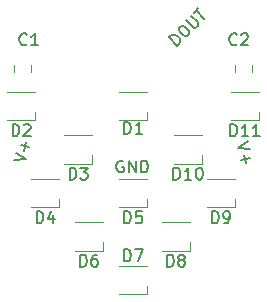
<source format=gbr>
G04 #@! TF.GenerationSoftware,KiCad,Pcbnew,(5.99.0-10027-g0561ce903e)*
G04 #@! TF.CreationDate,2021-08-15T01:29:50-07:00*
G04 #@! TF.ProjectId,scale_cca,7363616c-655f-4636-9361-2e6b69636164,v1r0*
G04 #@! TF.SameCoordinates,Original*
G04 #@! TF.FileFunction,Legend,Top*
G04 #@! TF.FilePolarity,Positive*
%FSLAX46Y46*%
G04 Gerber Fmt 4.6, Leading zero omitted, Abs format (unit mm)*
G04 Created by KiCad (PCBNEW (5.99.0-10027-g0561ce903e)) date 2021-08-15 01:29:50*
%MOMM*%
%LPD*%
G01*
G04 APERTURE LIST*
%ADD10C,0.150000*%
%ADD11C,0.120000*%
G04 APERTURE END LIST*
D10*
X32027904Y-56781380D02*
X32027904Y-55781380D01*
X32266000Y-55781380D01*
X32408857Y-55829000D01*
X32504095Y-55924238D01*
X32551714Y-56019476D01*
X32599333Y-56209952D01*
X32599333Y-56352809D01*
X32551714Y-56543285D01*
X32504095Y-56638523D01*
X32408857Y-56733761D01*
X32266000Y-56781380D01*
X32027904Y-56781380D01*
X33456476Y-55781380D02*
X33266000Y-55781380D01*
X33170761Y-55829000D01*
X33123142Y-55876619D01*
X33027904Y-56019476D01*
X32980285Y-56209952D01*
X32980285Y-56590904D01*
X33027904Y-56686142D01*
X33075523Y-56733761D01*
X33170761Y-56781380D01*
X33361238Y-56781380D01*
X33456476Y-56733761D01*
X33504095Y-56686142D01*
X33551714Y-56590904D01*
X33551714Y-56352809D01*
X33504095Y-56257571D01*
X33456476Y-56209952D01*
X33361238Y-56162333D01*
X33170761Y-56162333D01*
X33075523Y-56209952D01*
X33027904Y-56257571D01*
X32980285Y-56352809D01*
X40272534Y-38091228D02*
X39565427Y-37384122D01*
X39733786Y-37215763D01*
X39868473Y-37148419D01*
X40003160Y-37148419D01*
X40104175Y-37182091D01*
X40272534Y-37283106D01*
X40373549Y-37384122D01*
X40474564Y-37552480D01*
X40508236Y-37653496D01*
X40508236Y-37788183D01*
X40440893Y-37922870D01*
X40272534Y-38091228D01*
X40407221Y-36542328D02*
X40541908Y-36407641D01*
X40642923Y-36373969D01*
X40777610Y-36373969D01*
X40945969Y-36474984D01*
X41181671Y-36710687D01*
X41282687Y-36879045D01*
X41282687Y-37013732D01*
X41249015Y-37114748D01*
X41114328Y-37249435D01*
X41013312Y-37283106D01*
X40878625Y-37283106D01*
X40710267Y-37182091D01*
X40474564Y-36946389D01*
X40373549Y-36778030D01*
X40373549Y-36643343D01*
X40407221Y-36542328D01*
X41013312Y-35936236D02*
X41585732Y-36508656D01*
X41686748Y-36542328D01*
X41754091Y-36542328D01*
X41855106Y-36508656D01*
X41989793Y-36373969D01*
X42023465Y-36272954D01*
X42023465Y-36205610D01*
X41989793Y-36104595D01*
X41417374Y-35532175D01*
X41653076Y-35296473D02*
X42057137Y-34892412D01*
X42562213Y-35801549D02*
X41855106Y-35094442D01*
X26402546Y-47768194D02*
X27454745Y-47705037D01*
X26575092Y-47124243D01*
X27259319Y-46962489D02*
X27456514Y-46226546D01*
X27725888Y-46693115D02*
X26989945Y-46495920D01*
X31138904Y-49415380D02*
X31138904Y-48415380D01*
X31377000Y-48415380D01*
X31519857Y-48463000D01*
X31615095Y-48558238D01*
X31662714Y-48653476D01*
X31710333Y-48843952D01*
X31710333Y-48986809D01*
X31662714Y-49177285D01*
X31615095Y-49272523D01*
X31519857Y-49367761D01*
X31377000Y-49415380D01*
X31138904Y-49415380D01*
X32043666Y-48415380D02*
X32662714Y-48415380D01*
X32329380Y-48796333D01*
X32472238Y-48796333D01*
X32567476Y-48843952D01*
X32615095Y-48891571D01*
X32662714Y-48986809D01*
X32662714Y-49224904D01*
X32615095Y-49320142D01*
X32567476Y-49367761D01*
X32472238Y-49415380D01*
X32186523Y-49415380D01*
X32091285Y-49367761D01*
X32043666Y-49320142D01*
X45299333Y-37949142D02*
X45251714Y-37996761D01*
X45108857Y-38044380D01*
X45013619Y-38044380D01*
X44870761Y-37996761D01*
X44775523Y-37901523D01*
X44727904Y-37806285D01*
X44680285Y-37615809D01*
X44680285Y-37472952D01*
X44727904Y-37282476D01*
X44775523Y-37187238D01*
X44870761Y-37092000D01*
X45013619Y-37044380D01*
X45108857Y-37044380D01*
X45251714Y-37092000D01*
X45299333Y-37139619D01*
X45680285Y-37139619D02*
X45727904Y-37092000D01*
X45823142Y-37044380D01*
X46061238Y-37044380D01*
X46156476Y-37092000D01*
X46204095Y-37139619D01*
X46251714Y-37234857D01*
X46251714Y-37330095D01*
X46204095Y-37472952D01*
X45632666Y-38044380D01*
X46251714Y-38044380D01*
X39393904Y-56781380D02*
X39393904Y-55781380D01*
X39632000Y-55781380D01*
X39774857Y-55829000D01*
X39870095Y-55924238D01*
X39917714Y-56019476D01*
X39965333Y-56209952D01*
X39965333Y-56352809D01*
X39917714Y-56543285D01*
X39870095Y-56638523D01*
X39774857Y-56733761D01*
X39632000Y-56781380D01*
X39393904Y-56781380D01*
X40536761Y-56209952D02*
X40441523Y-56162333D01*
X40393904Y-56114714D01*
X40346285Y-56019476D01*
X40346285Y-55971857D01*
X40393904Y-55876619D01*
X40441523Y-55829000D01*
X40536761Y-55781380D01*
X40727238Y-55781380D01*
X40822476Y-55829000D01*
X40870095Y-55876619D01*
X40917714Y-55971857D01*
X40917714Y-56019476D01*
X40870095Y-56114714D01*
X40822476Y-56162333D01*
X40727238Y-56209952D01*
X40536761Y-56209952D01*
X40441523Y-56257571D01*
X40393904Y-56305190D01*
X40346285Y-56400428D01*
X40346285Y-56590904D01*
X40393904Y-56686142D01*
X40441523Y-56733761D01*
X40536761Y-56781380D01*
X40727238Y-56781380D01*
X40822476Y-56733761D01*
X40870095Y-56686142D01*
X40917714Y-56590904D01*
X40917714Y-56400428D01*
X40870095Y-56305190D01*
X40822476Y-56257571D01*
X40727238Y-56209952D01*
X26312904Y-45732380D02*
X26312904Y-44732380D01*
X26551000Y-44732380D01*
X26693857Y-44780000D01*
X26789095Y-44875238D01*
X26836714Y-44970476D01*
X26884333Y-45160952D01*
X26884333Y-45303809D01*
X26836714Y-45494285D01*
X26789095Y-45589523D01*
X26693857Y-45684761D01*
X26551000Y-45732380D01*
X26312904Y-45732380D01*
X27265285Y-44827619D02*
X27312904Y-44780000D01*
X27408142Y-44732380D01*
X27646238Y-44732380D01*
X27741476Y-44780000D01*
X27789095Y-44827619D01*
X27836714Y-44922857D01*
X27836714Y-45018095D01*
X27789095Y-45160952D01*
X27217666Y-45732380D01*
X27836714Y-45732380D01*
X35774404Y-53098380D02*
X35774404Y-52098380D01*
X36012500Y-52098380D01*
X36155357Y-52146000D01*
X36250595Y-52241238D01*
X36298214Y-52336476D01*
X36345833Y-52526952D01*
X36345833Y-52669809D01*
X36298214Y-52860285D01*
X36250595Y-52955523D01*
X36155357Y-53050761D01*
X36012500Y-53098380D01*
X35774404Y-53098380D01*
X37250595Y-52098380D02*
X36774404Y-52098380D01*
X36726785Y-52574571D01*
X36774404Y-52526952D01*
X36869642Y-52479333D01*
X37107738Y-52479333D01*
X37202976Y-52526952D01*
X37250595Y-52574571D01*
X37298214Y-52669809D01*
X37298214Y-52907904D01*
X37250595Y-53003142D01*
X37202976Y-53050761D01*
X37107738Y-53098380D01*
X36869642Y-53098380D01*
X36774404Y-53050761D01*
X36726785Y-53003142D01*
X43203904Y-53098380D02*
X43203904Y-52098380D01*
X43442000Y-52098380D01*
X43584857Y-52146000D01*
X43680095Y-52241238D01*
X43727714Y-52336476D01*
X43775333Y-52526952D01*
X43775333Y-52669809D01*
X43727714Y-52860285D01*
X43680095Y-52955523D01*
X43584857Y-53050761D01*
X43442000Y-53098380D01*
X43203904Y-53098380D01*
X44251523Y-53098380D02*
X44442000Y-53098380D01*
X44537238Y-53050761D01*
X44584857Y-53003142D01*
X44680095Y-52860285D01*
X44727714Y-52669809D01*
X44727714Y-52288857D01*
X44680095Y-52193619D01*
X44632476Y-52146000D01*
X44537238Y-52098380D01*
X44346761Y-52098380D01*
X44251523Y-52146000D01*
X44203904Y-52193619D01*
X44156285Y-52288857D01*
X44156285Y-52526952D01*
X44203904Y-52622190D01*
X44251523Y-52669809D01*
X44346761Y-52717428D01*
X44537238Y-52717428D01*
X44632476Y-52669809D01*
X44680095Y-52622190D01*
X44727714Y-52526952D01*
X27519333Y-37949142D02*
X27471714Y-37996761D01*
X27328857Y-38044380D01*
X27233619Y-38044380D01*
X27090761Y-37996761D01*
X26995523Y-37901523D01*
X26947904Y-37806285D01*
X26900285Y-37615809D01*
X26900285Y-37472952D01*
X26947904Y-37282476D01*
X26995523Y-37187238D01*
X27090761Y-37092000D01*
X27233619Y-37044380D01*
X27328857Y-37044380D01*
X27471714Y-37092000D01*
X27519333Y-37139619D01*
X28471714Y-38044380D02*
X27900285Y-38044380D01*
X28186000Y-38044380D02*
X28186000Y-37044380D01*
X28090761Y-37187238D01*
X27995523Y-37282476D01*
X27900285Y-37330095D01*
X28344904Y-53098380D02*
X28344904Y-52098380D01*
X28583000Y-52098380D01*
X28725857Y-52146000D01*
X28821095Y-52241238D01*
X28868714Y-52336476D01*
X28916333Y-52526952D01*
X28916333Y-52669809D01*
X28868714Y-52860285D01*
X28821095Y-52955523D01*
X28725857Y-53050761D01*
X28583000Y-53098380D01*
X28344904Y-53098380D01*
X29773476Y-52431714D02*
X29773476Y-53098380D01*
X29535380Y-52050761D02*
X29297285Y-52765047D01*
X29916333Y-52765047D01*
X39933714Y-49415380D02*
X39933714Y-48415380D01*
X40171809Y-48415380D01*
X40314666Y-48463000D01*
X40409904Y-48558238D01*
X40457523Y-48653476D01*
X40505142Y-48843952D01*
X40505142Y-48986809D01*
X40457523Y-49177285D01*
X40409904Y-49272523D01*
X40314666Y-49367761D01*
X40171809Y-49415380D01*
X39933714Y-49415380D01*
X41457523Y-49415380D02*
X40886095Y-49415380D01*
X41171809Y-49415380D02*
X41171809Y-48415380D01*
X41076571Y-48558238D01*
X40981333Y-48653476D01*
X40886095Y-48701095D01*
X42076571Y-48415380D02*
X42171809Y-48415380D01*
X42267047Y-48463000D01*
X42314666Y-48510619D01*
X42362285Y-48605857D01*
X42409904Y-48796333D01*
X42409904Y-49034428D01*
X42362285Y-49224904D01*
X42314666Y-49320142D01*
X42267047Y-49367761D01*
X42171809Y-49415380D01*
X42076571Y-49415380D01*
X41981333Y-49367761D01*
X41933714Y-49320142D01*
X41886095Y-49224904D01*
X41838476Y-49034428D01*
X41838476Y-48796333D01*
X41886095Y-48605857D01*
X41933714Y-48510619D01*
X41981333Y-48463000D01*
X42076571Y-48415380D01*
X35774404Y-45537380D02*
X35774404Y-44537380D01*
X36012500Y-44537380D01*
X36155357Y-44585000D01*
X36250595Y-44680238D01*
X36298214Y-44775476D01*
X36345833Y-44965952D01*
X36345833Y-45108809D01*
X36298214Y-45299285D01*
X36250595Y-45394523D01*
X36155357Y-45489761D01*
X36012500Y-45537380D01*
X35774404Y-45537380D01*
X37298214Y-45537380D02*
X36726785Y-45537380D01*
X37012500Y-45537380D02*
X37012500Y-44537380D01*
X36917261Y-44680238D01*
X36822023Y-44775476D01*
X36726785Y-44823095D01*
X46256465Y-46182336D02*
X45376812Y-46763130D01*
X46429011Y-46826286D01*
X45917330Y-47308483D02*
X46114525Y-48044427D01*
X45647956Y-47775053D02*
X46383899Y-47577857D01*
X35774404Y-56332380D02*
X35774404Y-55332380D01*
X36012500Y-55332380D01*
X36155357Y-55380000D01*
X36250595Y-55475238D01*
X36298214Y-55570476D01*
X36345833Y-55760952D01*
X36345833Y-55903809D01*
X36298214Y-56094285D01*
X36250595Y-56189523D01*
X36155357Y-56284761D01*
X36012500Y-56332380D01*
X35774404Y-56332380D01*
X36679166Y-55332380D02*
X37345833Y-55332380D01*
X36917261Y-56332380D01*
X44759714Y-45732380D02*
X44759714Y-44732380D01*
X44997809Y-44732380D01*
X45140666Y-44780000D01*
X45235904Y-44875238D01*
X45283523Y-44970476D01*
X45331142Y-45160952D01*
X45331142Y-45303809D01*
X45283523Y-45494285D01*
X45235904Y-45589523D01*
X45140666Y-45684761D01*
X44997809Y-45732380D01*
X44759714Y-45732380D01*
X46283523Y-45732380D02*
X45712095Y-45732380D01*
X45997809Y-45732380D02*
X45997809Y-44732380D01*
X45902571Y-44875238D01*
X45807333Y-44970476D01*
X45712095Y-45018095D01*
X47235904Y-45732380D02*
X46664476Y-45732380D01*
X46950190Y-45732380D02*
X46950190Y-44732380D01*
X46854952Y-44875238D01*
X46759714Y-44970476D01*
X46664476Y-45018095D01*
X35687095Y-47861600D02*
X35591857Y-47813980D01*
X35449000Y-47813980D01*
X35306142Y-47861600D01*
X35210904Y-47956838D01*
X35163285Y-48052076D01*
X35115666Y-48242552D01*
X35115666Y-48385409D01*
X35163285Y-48575885D01*
X35210904Y-48671123D01*
X35306142Y-48766361D01*
X35449000Y-48813980D01*
X35544238Y-48813980D01*
X35687095Y-48766361D01*
X35734714Y-48718742D01*
X35734714Y-48385409D01*
X35544238Y-48385409D01*
X36163285Y-48813980D02*
X36163285Y-47813980D01*
X36734714Y-48813980D01*
X36734714Y-47813980D01*
X37210904Y-48813980D02*
X37210904Y-47813980D01*
X37449000Y-47813980D01*
X37591857Y-47861600D01*
X37687095Y-47956838D01*
X37734714Y-48052076D01*
X37782333Y-48242552D01*
X37782333Y-48385409D01*
X37734714Y-48575885D01*
X37687095Y-48671123D01*
X37591857Y-48766361D01*
X37449000Y-48813980D01*
X37210904Y-48813980D01*
D11*
X31566000Y-55429000D02*
X33966000Y-55429000D01*
X33966000Y-55429000D02*
X33966000Y-54729000D01*
X31566000Y-53029000D02*
X33966000Y-53029000D01*
X30677000Y-45663000D02*
X33077000Y-45663000D01*
X30677000Y-48063000D02*
X33077000Y-48063000D01*
X33077000Y-48063000D02*
X33077000Y-47363000D01*
X46582000Y-39743748D02*
X46582000Y-40266252D01*
X45112000Y-39743748D02*
X45112000Y-40266252D01*
X38932000Y-55429000D02*
X41332000Y-55429000D01*
X38932000Y-53029000D02*
X41332000Y-53029000D01*
X41332000Y-55429000D02*
X41332000Y-54729000D01*
X28251000Y-44380000D02*
X28251000Y-43680000D01*
X25851000Y-41980000D02*
X28251000Y-41980000D01*
X25851000Y-44380000D02*
X28251000Y-44380000D01*
X35312500Y-49346000D02*
X37712500Y-49346000D01*
X35312500Y-51746000D02*
X37712500Y-51746000D01*
X37712500Y-51746000D02*
X37712500Y-51046000D01*
X42742000Y-49346000D02*
X45142000Y-49346000D01*
X45142000Y-51746000D02*
X45142000Y-51046000D01*
X42742000Y-51746000D02*
X45142000Y-51746000D01*
X26443000Y-39743748D02*
X26443000Y-40266252D01*
X27913000Y-39743748D02*
X27913000Y-40266252D01*
X27883000Y-51746000D02*
X30283000Y-51746000D01*
X27883000Y-49346000D02*
X30283000Y-49346000D01*
X30283000Y-51746000D02*
X30283000Y-51046000D01*
X39948000Y-48063000D02*
X42348000Y-48063000D01*
X42348000Y-48063000D02*
X42348000Y-47363000D01*
X39948000Y-45663000D02*
X42348000Y-45663000D01*
X35312500Y-44380000D02*
X37712500Y-44380000D01*
X37712500Y-44380000D02*
X37712500Y-43680000D01*
X35312500Y-41980000D02*
X37712500Y-41980000D01*
X35312500Y-59112000D02*
X37712500Y-59112000D01*
X35312500Y-56712000D02*
X37712500Y-56712000D01*
X37712500Y-59112000D02*
X37712500Y-58412000D01*
X44774000Y-41980000D02*
X47174000Y-41980000D01*
X44774000Y-44380000D02*
X47174000Y-44380000D01*
X47174000Y-44380000D02*
X47174000Y-43680000D01*
M02*

</source>
